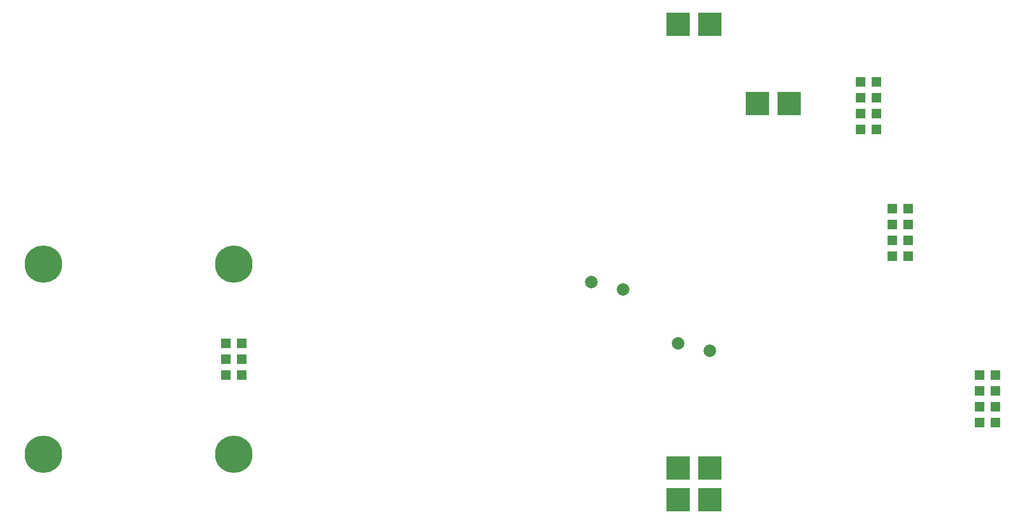
<source format=gbr>
%TF.GenerationSoftware,KiCad,Pcbnew,6.0.10+dfsg-1~bpo11+1*%
%TF.CreationDate,2023-02-13T12:23:13+00:00*%
%TF.ProjectId,ISO11446PWR01,49534f31-3134-4343-9650-575230312e6b,rev?*%
%TF.SameCoordinates,Original*%
%TF.FileFunction,Copper,L1,Top*%
%TF.FilePolarity,Positive*%
%FSLAX46Y46*%
G04 Gerber Fmt 4.6, Leading zero omitted, Abs format (unit mm)*
G04 Created by KiCad (PCBNEW 6.0.10+dfsg-1~bpo11+1) date 2023-02-13 12:23:13*
%MOMM*%
%LPD*%
G01*
G04 APERTURE LIST*
%TA.AperFunction,ComponentPad*%
%ADD10R,3.810000X3.810000*%
%TD*%
%TA.AperFunction,ComponentPad*%
%ADD11C,6.000000*%
%TD*%
%TA.AperFunction,ComponentPad*%
%ADD12R,1.524000X1.524000*%
%TD*%
%TA.AperFunction,ComponentPad*%
%ADD13C,2.010000*%
%TD*%
G04 APERTURE END LIST*
D10*
%TO.P,J6,1,Pin_1*%
%TO.N,Net-(J1-Pad3)*%
X106680000Y68930000D03*
X101680000Y68930000D03*
%TD*%
D11*
%TO.P,M2,1*%
%TO.N,Net-(M1-Pad1)*%
X0Y30480000D03*
%TD*%
D10*
%TO.P,J7,1,Pin_1*%
%TO.N,Net-(J1-Pad1)*%
X101680000Y-7270000D03*
X106680000Y-7270000D03*
%TD*%
D11*
%TO.P,M4,1*%
%TO.N,Net-(M1-Pad1)*%
X30480000Y0D03*
%TD*%
D10*
%TO.P,J4,1,Pin_1*%
%TO.N,Net-(F1-Pad2)*%
X106680000Y-2190000D03*
X101680000Y-2190000D03*
%TD*%
D12*
%TO.P,J1,1*%
%TO.N,Net-(J1-Pad1)*%
X130810000Y59690000D03*
%TO.P,J1,2*%
X133350000Y59690000D03*
%TO.P,J1,3*%
%TO.N,Net-(J1-Pad3)*%
X130810000Y57150000D03*
%TO.P,J1,4*%
X133350000Y57150000D03*
%TO.P,J1,5*%
%TO.N,Net-(F2-Pad1)*%
X130810000Y54610000D03*
%TO.P,J1,6*%
X133350000Y54610000D03*
%TO.P,J1,7*%
%TO.N,Net-(F1-Pad1)*%
X130810000Y52070000D03*
%TO.P,J1,8*%
X133350000Y52070000D03*
%TD*%
D13*
%TO.P,F2,1*%
%TO.N,Net-(F2-Pad1)*%
X101600000Y17780000D03*
%TO.P,F2,2*%
%TO.N,Net-(F2-Pad2)*%
X106700000Y16580000D03*
%TD*%
D12*
%TO.P,J8,1*%
%TO.N,GND*%
X31750000Y12700000D03*
%TO.P,J8,2*%
X29210000Y12700000D03*
%TO.P,J8,3*%
%TO.N,+5V*%
X31750000Y15240000D03*
%TO.P,J8,4*%
X29210000Y15240000D03*
%TO.P,J8,5*%
%TO.N,GND*%
X31750000Y17780000D03*
%TO.P,J8,6*%
X29210000Y17780000D03*
%TD*%
D11*
%TO.P,M3,1*%
%TO.N,Net-(M1-Pad1)*%
X0Y0D03*
%TD*%
D12*
%TO.P,J2,1*%
%TO.N,unconnected-(J2-Pad1)*%
X149860000Y12700000D03*
%TO.P,J2,2*%
X152400000Y12700000D03*
%TO.P,J2,3*%
%TO.N,unconnected-(J2-Pad3)*%
X149860000Y10160000D03*
%TO.P,J2,4*%
X152400000Y10160000D03*
%TO.P,J2,5*%
%TO.N,Net-(F1-Pad1)*%
X149860000Y7620000D03*
%TO.P,J2,6*%
X152400000Y7620000D03*
%TO.P,J2,7*%
X149860000Y5080000D03*
%TO.P,J2,8*%
X152400000Y5080000D03*
%TD*%
D13*
%TO.P,F1,1*%
%TO.N,Net-(F1-Pad1)*%
X87770000Y27600000D03*
%TO.P,F1,2*%
%TO.N,Net-(F1-Pad2)*%
X92870000Y26400000D03*
%TD*%
D11*
%TO.P,M1,1*%
%TO.N,Net-(M1-Pad1)*%
X30480000Y30480000D03*
%TD*%
D10*
%TO.P,J5,1,Pin_1*%
%TO.N,Net-(F2-Pad2)*%
X114380000Y56230000D03*
X119380000Y56230000D03*
%TD*%
D12*
%TO.P,J3,1*%
%TO.N,unconnected-(J3-Pad1)*%
X135890000Y39370000D03*
%TO.P,J3,2*%
X138430000Y39370000D03*
%TO.P,J3,3*%
%TO.N,unconnected-(J3-Pad3)*%
X135890000Y36830000D03*
%TO.P,J3,4*%
X138430000Y36830000D03*
%TO.P,J3,5*%
%TO.N,unconnected-(J3-Pad5)*%
X135890000Y34290000D03*
%TO.P,J3,6*%
X138430000Y34290000D03*
%TO.P,J3,7*%
%TO.N,Net-(J1-Pad1)*%
X135890000Y31750000D03*
%TO.P,J3,8*%
X138430000Y31750000D03*
%TD*%
M02*

</source>
